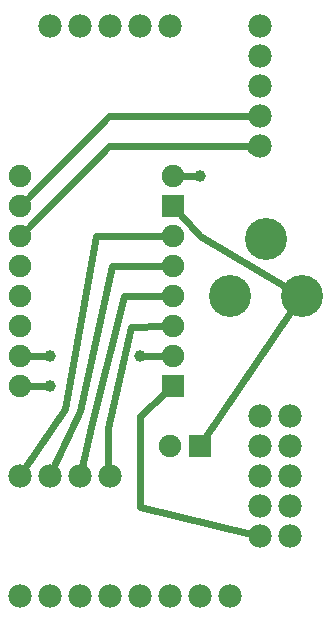
<source format=gbl>
G04 MADE WITH FRITZING*
G04 WWW.FRITZING.ORG*
G04 DOUBLE SIDED*
G04 HOLES PLATED*
G04 CONTOUR ON CENTER OF CONTOUR VECTOR*
%ASAXBY*%
%FSLAX23Y23*%
%MOIN*%
%OFA0B0*%
%SFA1.0B1.0*%
%ADD10C,0.078000*%
%ADD11C,0.039370*%
%ADD12C,0.075000*%
%ADD13C,0.140000*%
%ADD14R,0.075000X0.075000*%
%ADD15C,0.024000*%
%LNCOPPER0*%
G90*
G70*
G54D10*
X920Y2000D03*
X920Y1900D03*
X920Y1800D03*
X920Y1700D03*
X920Y1600D03*
G54D11*
X520Y900D03*
X720Y1500D03*
X220Y800D03*
X220Y900D03*
G54D10*
X120Y500D03*
X220Y500D03*
X320Y500D03*
X420Y500D03*
G54D12*
X720Y600D03*
X620Y600D03*
G54D10*
X220Y2000D03*
X320Y2000D03*
X420Y2000D03*
X520Y2000D03*
X620Y2000D03*
X820Y100D03*
X720Y100D03*
X620Y100D03*
X520Y100D03*
X420Y100D03*
X320Y100D03*
X220Y100D03*
X120Y100D03*
G54D13*
X820Y1100D03*
X1060Y1100D03*
X940Y1290D03*
G54D12*
X120Y1400D03*
X120Y1300D03*
X120Y1200D03*
X120Y1100D03*
X120Y1000D03*
X120Y900D03*
X120Y800D03*
X630Y800D03*
X120Y1500D03*
X630Y1300D03*
X630Y1200D03*
X630Y1100D03*
X630Y1000D03*
X630Y900D03*
X630Y1500D03*
X630Y1400D03*
G54D10*
X920Y700D03*
X920Y600D03*
X920Y500D03*
X920Y400D03*
X920Y300D03*
X920Y700D03*
X920Y600D03*
X920Y500D03*
X920Y400D03*
X920Y300D03*
X1020Y300D03*
X1020Y400D03*
X1020Y500D03*
X1020Y600D03*
X1020Y700D03*
G54D14*
X720Y600D03*
X630Y800D03*
X630Y1400D03*
G54D15*
X419Y1600D02*
X140Y1321D01*
D02*
X919Y1600D02*
X419Y1600D01*
D02*
X892Y1589D02*
X919Y1600D01*
D02*
X419Y1701D02*
X140Y1421D01*
D02*
X919Y1701D02*
X419Y1701D01*
D02*
X891Y1709D02*
X919Y1701D01*
D02*
X270Y725D02*
X136Y525D01*
D02*
X375Y1300D02*
X270Y725D01*
D02*
X601Y1300D02*
X375Y1300D01*
D02*
X322Y717D02*
X233Y528D01*
D02*
X427Y1201D02*
X322Y717D01*
D02*
X601Y1200D02*
X427Y1201D01*
D02*
X467Y1100D02*
X601Y1100D01*
D02*
X358Y665D02*
X467Y1100D01*
D02*
X327Y530D02*
X358Y665D01*
D02*
X415Y661D02*
X415Y512D01*
D02*
X491Y999D02*
X415Y661D01*
D02*
X415Y512D02*
X408Y528D01*
D02*
X601Y1000D02*
X491Y999D01*
D02*
X201Y800D02*
X148Y800D01*
D02*
X201Y900D02*
X148Y900D01*
D02*
X601Y900D02*
X520Y900D01*
D02*
X520Y900D02*
X601Y900D01*
D02*
X736Y624D02*
X1025Y1050D01*
D02*
X721Y1302D02*
X1007Y1132D01*
D02*
X658Y1370D02*
X721Y1302D01*
D02*
X520Y701D02*
X520Y399D01*
D02*
X520Y399D02*
X890Y308D01*
D02*
X608Y781D02*
X520Y701D01*
D02*
X701Y1500D02*
X658Y1500D01*
G04 End of Copper0*
M02*
</source>
